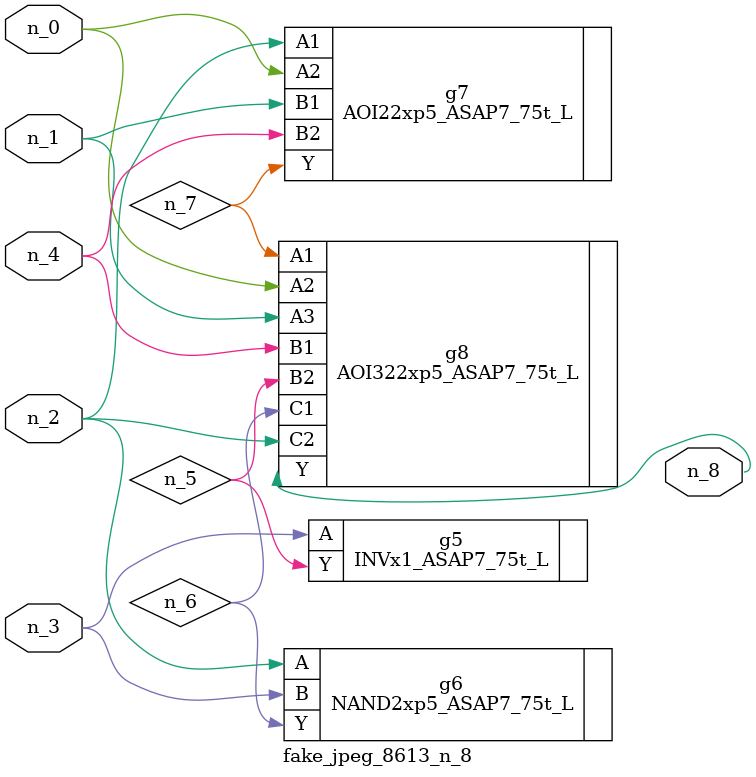
<source format=v>
module fake_jpeg_8613_n_8 (n_3, n_2, n_1, n_0, n_4, n_8);

input n_3;
input n_2;
input n_1;
input n_0;
input n_4;

output n_8;

wire n_6;
wire n_5;
wire n_7;

INVx1_ASAP7_75t_L g5 ( 
.A(n_3),
.Y(n_5)
);

NAND2xp5_ASAP7_75t_L g6 ( 
.A(n_2),
.B(n_3),
.Y(n_6)
);

AOI22xp5_ASAP7_75t_L g7 ( 
.A1(n_2),
.A2(n_0),
.B1(n_1),
.B2(n_4),
.Y(n_7)
);

AOI322xp5_ASAP7_75t_L g8 ( 
.A1(n_7),
.A2(n_0),
.A3(n_1),
.B1(n_4),
.B2(n_5),
.C1(n_6),
.C2(n_2),
.Y(n_8)
);


endmodule
</source>
